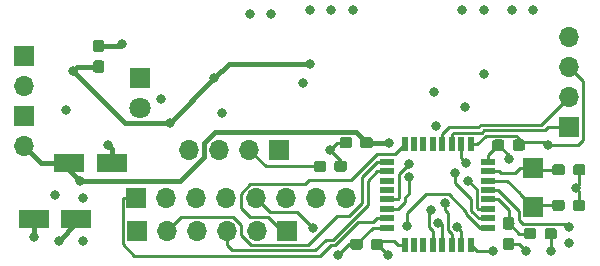
<source format=gbl>
G04 #@! TF.GenerationSoftware,KiCad,Pcbnew,(5.0.0-rc2-178-g3c7b91b96)*
G04 #@! TF.CreationDate,2018-10-30T10:49:57+01:00*
G04 #@! TF.ProjectId,pcb4,706362342E6B696361645F7063620000,1*
G04 #@! TF.SameCoordinates,Original*
G04 #@! TF.FileFunction,Copper,L4,Bot,Signal*
G04 #@! TF.FilePolarity,Positive*
%FSLAX46Y46*%
G04 Gerber Fmt 4.6, Leading zero omitted, Abs format (unit mm)*
G04 Created by KiCad (PCBNEW (5.0.0-rc2-178-g3c7b91b96)) date 10/30/18 10:49:57*
%MOMM*%
%LPD*%
G01*
G04 APERTURE LIST*
G04 #@! TA.AperFunction,SMDPad,CuDef*
%ADD10R,1.200000X0.600000*%
G04 #@! TD*
G04 #@! TA.AperFunction,SMDPad,CuDef*
%ADD11R,0.600000X1.200000*%
G04 #@! TD*
G04 #@! TA.AperFunction,ComponentPad*
%ADD12O,1.700000X1.700000*%
G04 #@! TD*
G04 #@! TA.AperFunction,ComponentPad*
%ADD13R,1.700000X1.700000*%
G04 #@! TD*
G04 #@! TA.AperFunction,Conductor*
%ADD14C,0.100000*%
G04 #@! TD*
G04 #@! TA.AperFunction,SMDPad,CuDef*
%ADD15C,0.950000*%
G04 #@! TD*
G04 #@! TA.AperFunction,SMDPad,CuDef*
%ADD16R,2.600000X1.600000*%
G04 #@! TD*
G04 #@! TA.AperFunction,SMDPad,CuDef*
%ADD17R,1.800000X1.750000*%
G04 #@! TD*
G04 #@! TA.AperFunction,ComponentPad*
%ADD18R,1.800000X1.800000*%
G04 #@! TD*
G04 #@! TA.AperFunction,ComponentPad*
%ADD19C,1.800000*%
G04 #@! TD*
G04 #@! TA.AperFunction,ViaPad*
%ADD20C,0.800000*%
G04 #@! TD*
G04 #@! TA.AperFunction,Conductor*
%ADD21C,0.250000*%
G04 #@! TD*
G04 #@! TA.AperFunction,Conductor*
%ADD22C,0.400000*%
G04 #@! TD*
G04 APERTURE END LIST*
D10*
G04 #@! TO.P,U2,1*
G04 #@! TO.N,+3V3*
X103380000Y-94580000D03*
G04 #@! TO.P,U2,2*
G04 #@! TO.N,Net-(C7-Pad1)*
X103380000Y-95380000D03*
G04 #@! TO.P,U2,3*
G04 #@! TO.N,Net-(C8-Pad1)*
X103380000Y-96180000D03*
G04 #@! TO.P,U2,4*
G04 #@! TO.N,/NRST*
X103380000Y-96980000D03*
G04 #@! TO.P,U2,5*
G04 #@! TO.N,Net-(C5-Pad2)*
X103380000Y-97780000D03*
G04 #@! TO.P,U2,6*
G04 #@! TO.N,/EINK_DC*
X103380000Y-98580000D03*
G04 #@! TO.P,U2,7*
G04 #@! TO.N,/EINK_CS*
X103380000Y-99380000D03*
G04 #@! TO.P,U2,8*
G04 #@! TO.N,/VCPTX*
X103380000Y-100180000D03*
D11*
G04 #@! TO.P,U2,9*
G04 #@! TO.N,/ADC_CS*
X101930000Y-101630000D03*
G04 #@! TO.P,U2,10*
G04 #@! TO.N,/EINK_RST*
X101130000Y-101630000D03*
G04 #@! TO.P,U2,11*
G04 #@! TO.N,/ADC_CLK*
X100330000Y-101630000D03*
G04 #@! TO.P,U2,12*
G04 #@! TO.N,/ADC_DIN*
X99530000Y-101630000D03*
G04 #@! TO.P,U2,13*
G04 #@! TO.N,/EINK_DOUT*
X98730000Y-101630000D03*
G04 #@! TO.P,U2,14*
G04 #@! TO.N,Net-(U2-Pad14)*
X97930000Y-101630000D03*
G04 #@! TO.P,U2,15*
G04 #@! TO.N,Net-(U2-Pad15)*
X97130000Y-101630000D03*
G04 #@! TO.P,U2,16*
G04 #@! TO.N,GNDD*
X96330000Y-101630000D03*
D10*
G04 #@! TO.P,U2,17*
G04 #@! TO.N,+3V3*
X94880000Y-100180000D03*
G04 #@! TO.P,U2,18*
G04 #@! TO.N,/EINK_BUSY*
X94880000Y-99380000D03*
G04 #@! TO.P,U2,19*
G04 #@! TO.N,Net-(U2-Pad19)*
X94880000Y-98580000D03*
G04 #@! TO.P,U2,20*
G04 #@! TO.N,Net-(U2-Pad20)*
X94880000Y-97780000D03*
G04 #@! TO.P,U2,21*
G04 #@! TO.N,Net-(U2-Pad21)*
X94880000Y-96980000D03*
G04 #@! TO.P,U2,22*
G04 #@! TO.N,Net-(U2-Pad22)*
X94880000Y-96180000D03*
G04 #@! TO.P,U2,23*
G04 #@! TO.N,/SWDIO*
X94880000Y-95380000D03*
G04 #@! TO.P,U2,24*
G04 #@! TO.N,/SWCLK*
X94880000Y-94580000D03*
D11*
G04 #@! TO.P,U2,25*
G04 #@! TO.N,/VCPRX*
X96330000Y-93130000D03*
G04 #@! TO.P,U2,26*
G04 #@! TO.N,Net-(U2-Pad26)*
X97130000Y-93130000D03*
G04 #@! TO.P,U2,27*
G04 #@! TO.N,Net-(U2-Pad27)*
X97930000Y-93130000D03*
G04 #@! TO.P,U2,28*
G04 #@! TO.N,Net-(U2-Pad28)*
X98730000Y-93130000D03*
G04 #@! TO.P,U2,29*
G04 #@! TO.N,/PB6*
X99530000Y-93130000D03*
G04 #@! TO.P,U2,30*
G04 #@! TO.N,/PB7*
X100330000Y-93130000D03*
G04 #@! TO.P,U2,31*
G04 #@! TO.N,Net-(R1-Pad2)*
X101130000Y-93130000D03*
G04 #@! TO.P,U2,32*
G04 #@! TO.N,GNDD*
X101930000Y-93130000D03*
G04 #@! TD*
D12*
G04 #@! TO.P,J7,4*
G04 #@! TO.N,GNDD*
X78105000Y-93580000D03*
G04 #@! TO.P,J7,3*
G04 #@! TO.N,Net-(J7-Pad3)*
X80645000Y-93580000D03*
G04 #@! TO.P,J7,2*
G04 #@! TO.N,GNDD*
X83185000Y-93580000D03*
D13*
G04 #@! TO.P,J7,1*
G04 #@! TO.N,Net-(J7-Pad1)*
X85725000Y-93580000D03*
G04 #@! TD*
G04 #@! TO.P,J4,1*
G04 #@! TO.N,+3V3*
X73660000Y-100470000D03*
D12*
G04 #@! TO.P,J4,2*
G04 #@! TO.N,/SWCLK*
X76200000Y-100470000D03*
G04 #@! TO.P,J4,3*
G04 #@! TO.N,GNDD*
X78740000Y-100470000D03*
G04 #@! TO.P,J4,4*
G04 #@! TO.N,/SWDIO*
X81280000Y-100470000D03*
G04 #@! TD*
D14*
G04 #@! TO.N,+5V*
G04 #@! TO.C,R17*
G36*
X93415779Y-92506144D02*
X93438834Y-92509563D01*
X93461443Y-92515227D01*
X93483387Y-92523079D01*
X93504457Y-92533044D01*
X93524448Y-92545026D01*
X93543168Y-92558910D01*
X93560438Y-92574562D01*
X93576090Y-92591832D01*
X93589974Y-92610552D01*
X93601956Y-92630543D01*
X93611921Y-92651613D01*
X93619773Y-92673557D01*
X93625437Y-92696166D01*
X93628856Y-92719221D01*
X93630000Y-92742500D01*
X93630000Y-93217500D01*
X93628856Y-93240779D01*
X93625437Y-93263834D01*
X93619773Y-93286443D01*
X93611921Y-93308387D01*
X93601956Y-93329457D01*
X93589974Y-93349448D01*
X93576090Y-93368168D01*
X93560438Y-93385438D01*
X93543168Y-93401090D01*
X93524448Y-93414974D01*
X93504457Y-93426956D01*
X93483387Y-93436921D01*
X93461443Y-93444773D01*
X93438834Y-93450437D01*
X93415779Y-93453856D01*
X93392500Y-93455000D01*
X92817500Y-93455000D01*
X92794221Y-93453856D01*
X92771166Y-93450437D01*
X92748557Y-93444773D01*
X92726613Y-93436921D01*
X92705543Y-93426956D01*
X92685552Y-93414974D01*
X92666832Y-93401090D01*
X92649562Y-93385438D01*
X92633910Y-93368168D01*
X92620026Y-93349448D01*
X92608044Y-93329457D01*
X92598079Y-93308387D01*
X92590227Y-93286443D01*
X92584563Y-93263834D01*
X92581144Y-93240779D01*
X92580000Y-93217500D01*
X92580000Y-92742500D01*
X92581144Y-92719221D01*
X92584563Y-92696166D01*
X92590227Y-92673557D01*
X92598079Y-92651613D01*
X92608044Y-92630543D01*
X92620026Y-92610552D01*
X92633910Y-92591832D01*
X92649562Y-92574562D01*
X92666832Y-92558910D01*
X92685552Y-92545026D01*
X92705543Y-92533044D01*
X92726613Y-92523079D01*
X92748557Y-92515227D01*
X92771166Y-92509563D01*
X92794221Y-92506144D01*
X92817500Y-92505000D01*
X93392500Y-92505000D01*
X93415779Y-92506144D01*
X93415779Y-92506144D01*
G37*
D15*
G04 #@! TD*
G04 #@! TO.P,R17,2*
G04 #@! TO.N,+5V*
X93105000Y-92980000D03*
D14*
G04 #@! TO.N,Net-(R17-Pad1)*
G04 #@! TO.C,R17*
G36*
X91665779Y-92506144D02*
X91688834Y-92509563D01*
X91711443Y-92515227D01*
X91733387Y-92523079D01*
X91754457Y-92533044D01*
X91774448Y-92545026D01*
X91793168Y-92558910D01*
X91810438Y-92574562D01*
X91826090Y-92591832D01*
X91839974Y-92610552D01*
X91851956Y-92630543D01*
X91861921Y-92651613D01*
X91869773Y-92673557D01*
X91875437Y-92696166D01*
X91878856Y-92719221D01*
X91880000Y-92742500D01*
X91880000Y-93217500D01*
X91878856Y-93240779D01*
X91875437Y-93263834D01*
X91869773Y-93286443D01*
X91861921Y-93308387D01*
X91851956Y-93329457D01*
X91839974Y-93349448D01*
X91826090Y-93368168D01*
X91810438Y-93385438D01*
X91793168Y-93401090D01*
X91774448Y-93414974D01*
X91754457Y-93426956D01*
X91733387Y-93436921D01*
X91711443Y-93444773D01*
X91688834Y-93450437D01*
X91665779Y-93453856D01*
X91642500Y-93455000D01*
X91067500Y-93455000D01*
X91044221Y-93453856D01*
X91021166Y-93450437D01*
X90998557Y-93444773D01*
X90976613Y-93436921D01*
X90955543Y-93426956D01*
X90935552Y-93414974D01*
X90916832Y-93401090D01*
X90899562Y-93385438D01*
X90883910Y-93368168D01*
X90870026Y-93349448D01*
X90858044Y-93329457D01*
X90848079Y-93308387D01*
X90840227Y-93286443D01*
X90834563Y-93263834D01*
X90831144Y-93240779D01*
X90830000Y-93217500D01*
X90830000Y-92742500D01*
X90831144Y-92719221D01*
X90834563Y-92696166D01*
X90840227Y-92673557D01*
X90848079Y-92651613D01*
X90858044Y-92630543D01*
X90870026Y-92610552D01*
X90883910Y-92591832D01*
X90899562Y-92574562D01*
X90916832Y-92558910D01*
X90935552Y-92545026D01*
X90955543Y-92533044D01*
X90976613Y-92523079D01*
X90998557Y-92515227D01*
X91021166Y-92509563D01*
X91044221Y-92506144D01*
X91067500Y-92505000D01*
X91642500Y-92505000D01*
X91665779Y-92506144D01*
X91665779Y-92506144D01*
G37*
D15*
G04 #@! TD*
G04 #@! TO.P,R17,1*
G04 #@! TO.N,Net-(R17-Pad1)*
X91355000Y-92980000D03*
D14*
G04 #@! TO.N,GNDD*
G04 #@! TO.C,R18*
G36*
X89465779Y-94506144D02*
X89488834Y-94509563D01*
X89511443Y-94515227D01*
X89533387Y-94523079D01*
X89554457Y-94533044D01*
X89574448Y-94545026D01*
X89593168Y-94558910D01*
X89610438Y-94574562D01*
X89626090Y-94591832D01*
X89639974Y-94610552D01*
X89651956Y-94630543D01*
X89661921Y-94651613D01*
X89669773Y-94673557D01*
X89675437Y-94696166D01*
X89678856Y-94719221D01*
X89680000Y-94742500D01*
X89680000Y-95217500D01*
X89678856Y-95240779D01*
X89675437Y-95263834D01*
X89669773Y-95286443D01*
X89661921Y-95308387D01*
X89651956Y-95329457D01*
X89639974Y-95349448D01*
X89626090Y-95368168D01*
X89610438Y-95385438D01*
X89593168Y-95401090D01*
X89574448Y-95414974D01*
X89554457Y-95426956D01*
X89533387Y-95436921D01*
X89511443Y-95444773D01*
X89488834Y-95450437D01*
X89465779Y-95453856D01*
X89442500Y-95455000D01*
X88867500Y-95455000D01*
X88844221Y-95453856D01*
X88821166Y-95450437D01*
X88798557Y-95444773D01*
X88776613Y-95436921D01*
X88755543Y-95426956D01*
X88735552Y-95414974D01*
X88716832Y-95401090D01*
X88699562Y-95385438D01*
X88683910Y-95368168D01*
X88670026Y-95349448D01*
X88658044Y-95329457D01*
X88648079Y-95308387D01*
X88640227Y-95286443D01*
X88634563Y-95263834D01*
X88631144Y-95240779D01*
X88630000Y-95217500D01*
X88630000Y-94742500D01*
X88631144Y-94719221D01*
X88634563Y-94696166D01*
X88640227Y-94673557D01*
X88648079Y-94651613D01*
X88658044Y-94630543D01*
X88670026Y-94610552D01*
X88683910Y-94591832D01*
X88699562Y-94574562D01*
X88716832Y-94558910D01*
X88735552Y-94545026D01*
X88755543Y-94533044D01*
X88776613Y-94523079D01*
X88798557Y-94515227D01*
X88821166Y-94509563D01*
X88844221Y-94506144D01*
X88867500Y-94505000D01*
X89442500Y-94505000D01*
X89465779Y-94506144D01*
X89465779Y-94506144D01*
G37*
D15*
G04 #@! TD*
G04 #@! TO.P,R18,1*
G04 #@! TO.N,GNDD*
X89155000Y-94980000D03*
D14*
G04 #@! TO.N,Net-(R17-Pad1)*
G04 #@! TO.C,R18*
G36*
X91215779Y-94506144D02*
X91238834Y-94509563D01*
X91261443Y-94515227D01*
X91283387Y-94523079D01*
X91304457Y-94533044D01*
X91324448Y-94545026D01*
X91343168Y-94558910D01*
X91360438Y-94574562D01*
X91376090Y-94591832D01*
X91389974Y-94610552D01*
X91401956Y-94630543D01*
X91411921Y-94651613D01*
X91419773Y-94673557D01*
X91425437Y-94696166D01*
X91428856Y-94719221D01*
X91430000Y-94742500D01*
X91430000Y-95217500D01*
X91428856Y-95240779D01*
X91425437Y-95263834D01*
X91419773Y-95286443D01*
X91411921Y-95308387D01*
X91401956Y-95329457D01*
X91389974Y-95349448D01*
X91376090Y-95368168D01*
X91360438Y-95385438D01*
X91343168Y-95401090D01*
X91324448Y-95414974D01*
X91304457Y-95426956D01*
X91283387Y-95436921D01*
X91261443Y-95444773D01*
X91238834Y-95450437D01*
X91215779Y-95453856D01*
X91192500Y-95455000D01*
X90617500Y-95455000D01*
X90594221Y-95453856D01*
X90571166Y-95450437D01*
X90548557Y-95444773D01*
X90526613Y-95436921D01*
X90505543Y-95426956D01*
X90485552Y-95414974D01*
X90466832Y-95401090D01*
X90449562Y-95385438D01*
X90433910Y-95368168D01*
X90420026Y-95349448D01*
X90408044Y-95329457D01*
X90398079Y-95308387D01*
X90390227Y-95286443D01*
X90384563Y-95263834D01*
X90381144Y-95240779D01*
X90380000Y-95217500D01*
X90380000Y-94742500D01*
X90381144Y-94719221D01*
X90384563Y-94696166D01*
X90390227Y-94673557D01*
X90398079Y-94651613D01*
X90408044Y-94630543D01*
X90420026Y-94610552D01*
X90433910Y-94591832D01*
X90449562Y-94574562D01*
X90466832Y-94558910D01*
X90485552Y-94545026D01*
X90505543Y-94533044D01*
X90526613Y-94523079D01*
X90548557Y-94515227D01*
X90571166Y-94509563D01*
X90594221Y-94506144D01*
X90617500Y-94505000D01*
X91192500Y-94505000D01*
X91215779Y-94506144D01*
X91215779Y-94506144D01*
G37*
D15*
G04 #@! TD*
G04 #@! TO.P,R18,2*
G04 #@! TO.N,Net-(R17-Pad1)*
X90905000Y-94980000D03*
D13*
G04 #@! TO.P,J1,1*
G04 #@! TO.N,GNDA*
X64135000Y-85660000D03*
D12*
G04 #@! TO.P,J1,2*
G04 #@! TO.N,+4V*
X64135000Y-88200000D03*
G04 #@! TD*
G04 #@! TO.P,J2,2*
G04 #@! TO.N,+5V*
X64135000Y-93280000D03*
D13*
G04 #@! TO.P,J2,1*
G04 #@! TO.N,GNDD*
X64135000Y-90740000D03*
G04 #@! TD*
G04 #@! TO.P,J5,1*
G04 #@! TO.N,/VCPRX*
X86360000Y-100470000D03*
D12*
G04 #@! TO.P,J5,2*
G04 #@! TO.N,/VCPTX*
X83820000Y-100470000D03*
G04 #@! TD*
D13*
G04 #@! TO.P,J6,1*
G04 #@! TO.N,/PB7*
X110230000Y-91680000D03*
D12*
G04 #@! TO.P,J6,2*
G04 #@! TO.N,/PB6*
X110230000Y-89140000D03*
G04 #@! TO.P,J6,3*
G04 #@! TO.N,GNDD*
X110230000Y-86600000D03*
G04 #@! TO.P,J6,4*
G04 #@! TO.N,/NRST*
X110230000Y-84060000D03*
G04 #@! TD*
D13*
G04 #@! TO.P,J3,1*
G04 #@! TO.N,/EINK_BUSY*
X73630000Y-97680000D03*
D12*
G04 #@! TO.P,J3,2*
G04 #@! TO.N,/EINK_RST*
X76170000Y-97680000D03*
G04 #@! TO.P,J3,3*
G04 #@! TO.N,/EINK_DC*
X78710000Y-97680000D03*
G04 #@! TO.P,J3,4*
G04 #@! TO.N,/EINK_CS*
X81250000Y-97680000D03*
G04 #@! TO.P,J3,5*
G04 #@! TO.N,/ADC_CLK*
X83790000Y-97680000D03*
G04 #@! TO.P,J3,6*
G04 #@! TO.N,/EINK_DOUT*
X86330000Y-97680000D03*
G04 #@! TO.P,J3,7*
G04 #@! TO.N,GNDD*
X88870000Y-97680000D03*
G04 #@! TO.P,J3,8*
G04 #@! TO.N,+3V3*
X91410000Y-97680000D03*
G04 #@! TD*
D16*
G04 #@! TO.P,C2,2*
G04 #@! TO.N,GNDD*
X64930000Y-99480000D03*
G04 #@! TO.P,C2,1*
G04 #@! TO.N,+3V3*
X68530000Y-99480000D03*
G04 #@! TD*
G04 #@! TO.P,C1,1*
G04 #@! TO.N,+5V*
X67930000Y-94680000D03*
G04 #@! TO.P,C1,2*
G04 #@! TO.N,GNDD*
X71530000Y-94680000D03*
G04 #@! TD*
D14*
G04 #@! TO.N,GNDA*
G04 #@! TO.C,C10*
G36*
X70690779Y-84261144D02*
X70713834Y-84264563D01*
X70736443Y-84270227D01*
X70758387Y-84278079D01*
X70779457Y-84288044D01*
X70799448Y-84300026D01*
X70818168Y-84313910D01*
X70835438Y-84329562D01*
X70851090Y-84346832D01*
X70864974Y-84365552D01*
X70876956Y-84385543D01*
X70886921Y-84406613D01*
X70894773Y-84428557D01*
X70900437Y-84451166D01*
X70903856Y-84474221D01*
X70905000Y-84497500D01*
X70905000Y-85072500D01*
X70903856Y-85095779D01*
X70900437Y-85118834D01*
X70894773Y-85141443D01*
X70886921Y-85163387D01*
X70876956Y-85184457D01*
X70864974Y-85204448D01*
X70851090Y-85223168D01*
X70835438Y-85240438D01*
X70818168Y-85256090D01*
X70799448Y-85269974D01*
X70779457Y-85281956D01*
X70758387Y-85291921D01*
X70736443Y-85299773D01*
X70713834Y-85305437D01*
X70690779Y-85308856D01*
X70667500Y-85310000D01*
X70192500Y-85310000D01*
X70169221Y-85308856D01*
X70146166Y-85305437D01*
X70123557Y-85299773D01*
X70101613Y-85291921D01*
X70080543Y-85281956D01*
X70060552Y-85269974D01*
X70041832Y-85256090D01*
X70024562Y-85240438D01*
X70008910Y-85223168D01*
X69995026Y-85204448D01*
X69983044Y-85184457D01*
X69973079Y-85163387D01*
X69965227Y-85141443D01*
X69959563Y-85118834D01*
X69956144Y-85095779D01*
X69955000Y-85072500D01*
X69955000Y-84497500D01*
X69956144Y-84474221D01*
X69959563Y-84451166D01*
X69965227Y-84428557D01*
X69973079Y-84406613D01*
X69983044Y-84385543D01*
X69995026Y-84365552D01*
X70008910Y-84346832D01*
X70024562Y-84329562D01*
X70041832Y-84313910D01*
X70060552Y-84300026D01*
X70080543Y-84288044D01*
X70101613Y-84278079D01*
X70123557Y-84270227D01*
X70146166Y-84264563D01*
X70169221Y-84261144D01*
X70192500Y-84260000D01*
X70667500Y-84260000D01*
X70690779Y-84261144D01*
X70690779Y-84261144D01*
G37*
D15*
G04 #@! TD*
G04 #@! TO.P,C10,2*
G04 #@! TO.N,GNDA*
X70430000Y-84785000D03*
D14*
G04 #@! TO.N,+2V5*
G04 #@! TO.C,C10*
G36*
X70690779Y-86011144D02*
X70713834Y-86014563D01*
X70736443Y-86020227D01*
X70758387Y-86028079D01*
X70779457Y-86038044D01*
X70799448Y-86050026D01*
X70818168Y-86063910D01*
X70835438Y-86079562D01*
X70851090Y-86096832D01*
X70864974Y-86115552D01*
X70876956Y-86135543D01*
X70886921Y-86156613D01*
X70894773Y-86178557D01*
X70900437Y-86201166D01*
X70903856Y-86224221D01*
X70905000Y-86247500D01*
X70905000Y-86822500D01*
X70903856Y-86845779D01*
X70900437Y-86868834D01*
X70894773Y-86891443D01*
X70886921Y-86913387D01*
X70876956Y-86934457D01*
X70864974Y-86954448D01*
X70851090Y-86973168D01*
X70835438Y-86990438D01*
X70818168Y-87006090D01*
X70799448Y-87019974D01*
X70779457Y-87031956D01*
X70758387Y-87041921D01*
X70736443Y-87049773D01*
X70713834Y-87055437D01*
X70690779Y-87058856D01*
X70667500Y-87060000D01*
X70192500Y-87060000D01*
X70169221Y-87058856D01*
X70146166Y-87055437D01*
X70123557Y-87049773D01*
X70101613Y-87041921D01*
X70080543Y-87031956D01*
X70060552Y-87019974D01*
X70041832Y-87006090D01*
X70024562Y-86990438D01*
X70008910Y-86973168D01*
X69995026Y-86954448D01*
X69983044Y-86934457D01*
X69973079Y-86913387D01*
X69965227Y-86891443D01*
X69959563Y-86868834D01*
X69956144Y-86845779D01*
X69955000Y-86822500D01*
X69955000Y-86247500D01*
X69956144Y-86224221D01*
X69959563Y-86201166D01*
X69965227Y-86178557D01*
X69973079Y-86156613D01*
X69983044Y-86135543D01*
X69995026Y-86115552D01*
X70008910Y-86096832D01*
X70024562Y-86079562D01*
X70041832Y-86063910D01*
X70060552Y-86050026D01*
X70080543Y-86038044D01*
X70101613Y-86028079D01*
X70123557Y-86020227D01*
X70146166Y-86014563D01*
X70169221Y-86011144D01*
X70192500Y-86010000D01*
X70667500Y-86010000D01*
X70690779Y-86011144D01*
X70690779Y-86011144D01*
G37*
D15*
G04 #@! TD*
G04 #@! TO.P,C10,1*
G04 #@! TO.N,+2V5*
X70430000Y-86535000D03*
D14*
G04 #@! TO.N,GNDD*
G04 #@! TO.C,C8*
G36*
X111415779Y-97806144D02*
X111438834Y-97809563D01*
X111461443Y-97815227D01*
X111483387Y-97823079D01*
X111504457Y-97833044D01*
X111524448Y-97845026D01*
X111543168Y-97858910D01*
X111560438Y-97874562D01*
X111576090Y-97891832D01*
X111589974Y-97910552D01*
X111601956Y-97930543D01*
X111611921Y-97951613D01*
X111619773Y-97973557D01*
X111625437Y-97996166D01*
X111628856Y-98019221D01*
X111630000Y-98042500D01*
X111630000Y-98517500D01*
X111628856Y-98540779D01*
X111625437Y-98563834D01*
X111619773Y-98586443D01*
X111611921Y-98608387D01*
X111601956Y-98629457D01*
X111589974Y-98649448D01*
X111576090Y-98668168D01*
X111560438Y-98685438D01*
X111543168Y-98701090D01*
X111524448Y-98714974D01*
X111504457Y-98726956D01*
X111483387Y-98736921D01*
X111461443Y-98744773D01*
X111438834Y-98750437D01*
X111415779Y-98753856D01*
X111392500Y-98755000D01*
X110817500Y-98755000D01*
X110794221Y-98753856D01*
X110771166Y-98750437D01*
X110748557Y-98744773D01*
X110726613Y-98736921D01*
X110705543Y-98726956D01*
X110685552Y-98714974D01*
X110666832Y-98701090D01*
X110649562Y-98685438D01*
X110633910Y-98668168D01*
X110620026Y-98649448D01*
X110608044Y-98629457D01*
X110598079Y-98608387D01*
X110590227Y-98586443D01*
X110584563Y-98563834D01*
X110581144Y-98540779D01*
X110580000Y-98517500D01*
X110580000Y-98042500D01*
X110581144Y-98019221D01*
X110584563Y-97996166D01*
X110590227Y-97973557D01*
X110598079Y-97951613D01*
X110608044Y-97930543D01*
X110620026Y-97910552D01*
X110633910Y-97891832D01*
X110649562Y-97874562D01*
X110666832Y-97858910D01*
X110685552Y-97845026D01*
X110705543Y-97833044D01*
X110726613Y-97823079D01*
X110748557Y-97815227D01*
X110771166Y-97809563D01*
X110794221Y-97806144D01*
X110817500Y-97805000D01*
X111392500Y-97805000D01*
X111415779Y-97806144D01*
X111415779Y-97806144D01*
G37*
D15*
G04 #@! TD*
G04 #@! TO.P,C8,2*
G04 #@! TO.N,GNDD*
X111105000Y-98280000D03*
D14*
G04 #@! TO.N,Net-(C8-Pad1)*
G04 #@! TO.C,C8*
G36*
X109665779Y-97806144D02*
X109688834Y-97809563D01*
X109711443Y-97815227D01*
X109733387Y-97823079D01*
X109754457Y-97833044D01*
X109774448Y-97845026D01*
X109793168Y-97858910D01*
X109810438Y-97874562D01*
X109826090Y-97891832D01*
X109839974Y-97910552D01*
X109851956Y-97930543D01*
X109861921Y-97951613D01*
X109869773Y-97973557D01*
X109875437Y-97996166D01*
X109878856Y-98019221D01*
X109880000Y-98042500D01*
X109880000Y-98517500D01*
X109878856Y-98540779D01*
X109875437Y-98563834D01*
X109869773Y-98586443D01*
X109861921Y-98608387D01*
X109851956Y-98629457D01*
X109839974Y-98649448D01*
X109826090Y-98668168D01*
X109810438Y-98685438D01*
X109793168Y-98701090D01*
X109774448Y-98714974D01*
X109754457Y-98726956D01*
X109733387Y-98736921D01*
X109711443Y-98744773D01*
X109688834Y-98750437D01*
X109665779Y-98753856D01*
X109642500Y-98755000D01*
X109067500Y-98755000D01*
X109044221Y-98753856D01*
X109021166Y-98750437D01*
X108998557Y-98744773D01*
X108976613Y-98736921D01*
X108955543Y-98726956D01*
X108935552Y-98714974D01*
X108916832Y-98701090D01*
X108899562Y-98685438D01*
X108883910Y-98668168D01*
X108870026Y-98649448D01*
X108858044Y-98629457D01*
X108848079Y-98608387D01*
X108840227Y-98586443D01*
X108834563Y-98563834D01*
X108831144Y-98540779D01*
X108830000Y-98517500D01*
X108830000Y-98042500D01*
X108831144Y-98019221D01*
X108834563Y-97996166D01*
X108840227Y-97973557D01*
X108848079Y-97951613D01*
X108858044Y-97930543D01*
X108870026Y-97910552D01*
X108883910Y-97891832D01*
X108899562Y-97874562D01*
X108916832Y-97858910D01*
X108935552Y-97845026D01*
X108955543Y-97833044D01*
X108976613Y-97823079D01*
X108998557Y-97815227D01*
X109021166Y-97809563D01*
X109044221Y-97806144D01*
X109067500Y-97805000D01*
X109642500Y-97805000D01*
X109665779Y-97806144D01*
X109665779Y-97806144D01*
G37*
D15*
G04 #@! TD*
G04 #@! TO.P,C8,1*
G04 #@! TO.N,Net-(C8-Pad1)*
X109355000Y-98280000D03*
D14*
G04 #@! TO.N,Net-(C7-Pad1)*
G04 #@! TO.C,C7*
G36*
X109665779Y-94806144D02*
X109688834Y-94809563D01*
X109711443Y-94815227D01*
X109733387Y-94823079D01*
X109754457Y-94833044D01*
X109774448Y-94845026D01*
X109793168Y-94858910D01*
X109810438Y-94874562D01*
X109826090Y-94891832D01*
X109839974Y-94910552D01*
X109851956Y-94930543D01*
X109861921Y-94951613D01*
X109869773Y-94973557D01*
X109875437Y-94996166D01*
X109878856Y-95019221D01*
X109880000Y-95042500D01*
X109880000Y-95517500D01*
X109878856Y-95540779D01*
X109875437Y-95563834D01*
X109869773Y-95586443D01*
X109861921Y-95608387D01*
X109851956Y-95629457D01*
X109839974Y-95649448D01*
X109826090Y-95668168D01*
X109810438Y-95685438D01*
X109793168Y-95701090D01*
X109774448Y-95714974D01*
X109754457Y-95726956D01*
X109733387Y-95736921D01*
X109711443Y-95744773D01*
X109688834Y-95750437D01*
X109665779Y-95753856D01*
X109642500Y-95755000D01*
X109067500Y-95755000D01*
X109044221Y-95753856D01*
X109021166Y-95750437D01*
X108998557Y-95744773D01*
X108976613Y-95736921D01*
X108955543Y-95726956D01*
X108935552Y-95714974D01*
X108916832Y-95701090D01*
X108899562Y-95685438D01*
X108883910Y-95668168D01*
X108870026Y-95649448D01*
X108858044Y-95629457D01*
X108848079Y-95608387D01*
X108840227Y-95586443D01*
X108834563Y-95563834D01*
X108831144Y-95540779D01*
X108830000Y-95517500D01*
X108830000Y-95042500D01*
X108831144Y-95019221D01*
X108834563Y-94996166D01*
X108840227Y-94973557D01*
X108848079Y-94951613D01*
X108858044Y-94930543D01*
X108870026Y-94910552D01*
X108883910Y-94891832D01*
X108899562Y-94874562D01*
X108916832Y-94858910D01*
X108935552Y-94845026D01*
X108955543Y-94833044D01*
X108976613Y-94823079D01*
X108998557Y-94815227D01*
X109021166Y-94809563D01*
X109044221Y-94806144D01*
X109067500Y-94805000D01*
X109642500Y-94805000D01*
X109665779Y-94806144D01*
X109665779Y-94806144D01*
G37*
D15*
G04 #@! TD*
G04 #@! TO.P,C7,1*
G04 #@! TO.N,Net-(C7-Pad1)*
X109355000Y-95280000D03*
D14*
G04 #@! TO.N,GNDD*
G04 #@! TO.C,C7*
G36*
X111415779Y-94806144D02*
X111438834Y-94809563D01*
X111461443Y-94815227D01*
X111483387Y-94823079D01*
X111504457Y-94833044D01*
X111524448Y-94845026D01*
X111543168Y-94858910D01*
X111560438Y-94874562D01*
X111576090Y-94891832D01*
X111589974Y-94910552D01*
X111601956Y-94930543D01*
X111611921Y-94951613D01*
X111619773Y-94973557D01*
X111625437Y-94996166D01*
X111628856Y-95019221D01*
X111630000Y-95042500D01*
X111630000Y-95517500D01*
X111628856Y-95540779D01*
X111625437Y-95563834D01*
X111619773Y-95586443D01*
X111611921Y-95608387D01*
X111601956Y-95629457D01*
X111589974Y-95649448D01*
X111576090Y-95668168D01*
X111560438Y-95685438D01*
X111543168Y-95701090D01*
X111524448Y-95714974D01*
X111504457Y-95726956D01*
X111483387Y-95736921D01*
X111461443Y-95744773D01*
X111438834Y-95750437D01*
X111415779Y-95753856D01*
X111392500Y-95755000D01*
X110817500Y-95755000D01*
X110794221Y-95753856D01*
X110771166Y-95750437D01*
X110748557Y-95744773D01*
X110726613Y-95736921D01*
X110705543Y-95726956D01*
X110685552Y-95714974D01*
X110666832Y-95701090D01*
X110649562Y-95685438D01*
X110633910Y-95668168D01*
X110620026Y-95649448D01*
X110608044Y-95629457D01*
X110598079Y-95608387D01*
X110590227Y-95586443D01*
X110584563Y-95563834D01*
X110581144Y-95540779D01*
X110580000Y-95517500D01*
X110580000Y-95042500D01*
X110581144Y-95019221D01*
X110584563Y-94996166D01*
X110590227Y-94973557D01*
X110598079Y-94951613D01*
X110608044Y-94930543D01*
X110620026Y-94910552D01*
X110633910Y-94891832D01*
X110649562Y-94874562D01*
X110666832Y-94858910D01*
X110685552Y-94845026D01*
X110705543Y-94833044D01*
X110726613Y-94823079D01*
X110748557Y-94815227D01*
X110771166Y-94809563D01*
X110794221Y-94806144D01*
X110817500Y-94805000D01*
X111392500Y-94805000D01*
X111415779Y-94806144D01*
X111415779Y-94806144D01*
G37*
D15*
G04 #@! TD*
G04 #@! TO.P,C7,2*
G04 #@! TO.N,GNDD*
X111105000Y-95280000D03*
D14*
G04 #@! TO.N,GNDD*
G04 #@! TO.C,C5*
G36*
X105390779Y-101031144D02*
X105413834Y-101034563D01*
X105436443Y-101040227D01*
X105458387Y-101048079D01*
X105479457Y-101058044D01*
X105499448Y-101070026D01*
X105518168Y-101083910D01*
X105535438Y-101099562D01*
X105551090Y-101116832D01*
X105564974Y-101135552D01*
X105576956Y-101155543D01*
X105586921Y-101176613D01*
X105594773Y-101198557D01*
X105600437Y-101221166D01*
X105603856Y-101244221D01*
X105605000Y-101267500D01*
X105605000Y-101842500D01*
X105603856Y-101865779D01*
X105600437Y-101888834D01*
X105594773Y-101911443D01*
X105586921Y-101933387D01*
X105576956Y-101954457D01*
X105564974Y-101974448D01*
X105551090Y-101993168D01*
X105535438Y-102010438D01*
X105518168Y-102026090D01*
X105499448Y-102039974D01*
X105479457Y-102051956D01*
X105458387Y-102061921D01*
X105436443Y-102069773D01*
X105413834Y-102075437D01*
X105390779Y-102078856D01*
X105367500Y-102080000D01*
X104892500Y-102080000D01*
X104869221Y-102078856D01*
X104846166Y-102075437D01*
X104823557Y-102069773D01*
X104801613Y-102061921D01*
X104780543Y-102051956D01*
X104760552Y-102039974D01*
X104741832Y-102026090D01*
X104724562Y-102010438D01*
X104708910Y-101993168D01*
X104695026Y-101974448D01*
X104683044Y-101954457D01*
X104673079Y-101933387D01*
X104665227Y-101911443D01*
X104659563Y-101888834D01*
X104656144Y-101865779D01*
X104655000Y-101842500D01*
X104655000Y-101267500D01*
X104656144Y-101244221D01*
X104659563Y-101221166D01*
X104665227Y-101198557D01*
X104673079Y-101176613D01*
X104683044Y-101155543D01*
X104695026Y-101135552D01*
X104708910Y-101116832D01*
X104724562Y-101099562D01*
X104741832Y-101083910D01*
X104760552Y-101070026D01*
X104780543Y-101058044D01*
X104801613Y-101048079D01*
X104823557Y-101040227D01*
X104846166Y-101034563D01*
X104869221Y-101031144D01*
X104892500Y-101030000D01*
X105367500Y-101030000D01*
X105390779Y-101031144D01*
X105390779Y-101031144D01*
G37*
D15*
G04 #@! TD*
G04 #@! TO.P,C5,1*
G04 #@! TO.N,GNDD*
X105130000Y-101555000D03*
D14*
G04 #@! TO.N,Net-(C5-Pad2)*
G04 #@! TO.C,C5*
G36*
X105390779Y-99281144D02*
X105413834Y-99284563D01*
X105436443Y-99290227D01*
X105458387Y-99298079D01*
X105479457Y-99308044D01*
X105499448Y-99320026D01*
X105518168Y-99333910D01*
X105535438Y-99349562D01*
X105551090Y-99366832D01*
X105564974Y-99385552D01*
X105576956Y-99405543D01*
X105586921Y-99426613D01*
X105594773Y-99448557D01*
X105600437Y-99471166D01*
X105603856Y-99494221D01*
X105605000Y-99517500D01*
X105605000Y-100092500D01*
X105603856Y-100115779D01*
X105600437Y-100138834D01*
X105594773Y-100161443D01*
X105586921Y-100183387D01*
X105576956Y-100204457D01*
X105564974Y-100224448D01*
X105551090Y-100243168D01*
X105535438Y-100260438D01*
X105518168Y-100276090D01*
X105499448Y-100289974D01*
X105479457Y-100301956D01*
X105458387Y-100311921D01*
X105436443Y-100319773D01*
X105413834Y-100325437D01*
X105390779Y-100328856D01*
X105367500Y-100330000D01*
X104892500Y-100330000D01*
X104869221Y-100328856D01*
X104846166Y-100325437D01*
X104823557Y-100319773D01*
X104801613Y-100311921D01*
X104780543Y-100301956D01*
X104760552Y-100289974D01*
X104741832Y-100276090D01*
X104724562Y-100260438D01*
X104708910Y-100243168D01*
X104695026Y-100224448D01*
X104683044Y-100204457D01*
X104673079Y-100183387D01*
X104665227Y-100161443D01*
X104659563Y-100138834D01*
X104656144Y-100115779D01*
X104655000Y-100092500D01*
X104655000Y-99517500D01*
X104656144Y-99494221D01*
X104659563Y-99471166D01*
X104665227Y-99448557D01*
X104673079Y-99426613D01*
X104683044Y-99405543D01*
X104695026Y-99385552D01*
X104708910Y-99366832D01*
X104724562Y-99349562D01*
X104741832Y-99333910D01*
X104760552Y-99320026D01*
X104780543Y-99308044D01*
X104801613Y-99298079D01*
X104823557Y-99290227D01*
X104846166Y-99284563D01*
X104869221Y-99281144D01*
X104892500Y-99280000D01*
X105367500Y-99280000D01*
X105390779Y-99281144D01*
X105390779Y-99281144D01*
G37*
D15*
G04 #@! TD*
G04 #@! TO.P,C5,2*
G04 #@! TO.N,Net-(C5-Pad2)*
X105130000Y-99805000D03*
D14*
G04 #@! TO.N,+3V3*
G04 #@! TO.C,C4*
G36*
X92565779Y-101106144D02*
X92588834Y-101109563D01*
X92611443Y-101115227D01*
X92633387Y-101123079D01*
X92654457Y-101133044D01*
X92674448Y-101145026D01*
X92693168Y-101158910D01*
X92710438Y-101174562D01*
X92726090Y-101191832D01*
X92739974Y-101210552D01*
X92751956Y-101230543D01*
X92761921Y-101251613D01*
X92769773Y-101273557D01*
X92775437Y-101296166D01*
X92778856Y-101319221D01*
X92780000Y-101342500D01*
X92780000Y-101817500D01*
X92778856Y-101840779D01*
X92775437Y-101863834D01*
X92769773Y-101886443D01*
X92761921Y-101908387D01*
X92751956Y-101929457D01*
X92739974Y-101949448D01*
X92726090Y-101968168D01*
X92710438Y-101985438D01*
X92693168Y-102001090D01*
X92674448Y-102014974D01*
X92654457Y-102026956D01*
X92633387Y-102036921D01*
X92611443Y-102044773D01*
X92588834Y-102050437D01*
X92565779Y-102053856D01*
X92542500Y-102055000D01*
X91967500Y-102055000D01*
X91944221Y-102053856D01*
X91921166Y-102050437D01*
X91898557Y-102044773D01*
X91876613Y-102036921D01*
X91855543Y-102026956D01*
X91835552Y-102014974D01*
X91816832Y-102001090D01*
X91799562Y-101985438D01*
X91783910Y-101968168D01*
X91770026Y-101949448D01*
X91758044Y-101929457D01*
X91748079Y-101908387D01*
X91740227Y-101886443D01*
X91734563Y-101863834D01*
X91731144Y-101840779D01*
X91730000Y-101817500D01*
X91730000Y-101342500D01*
X91731144Y-101319221D01*
X91734563Y-101296166D01*
X91740227Y-101273557D01*
X91748079Y-101251613D01*
X91758044Y-101230543D01*
X91770026Y-101210552D01*
X91783910Y-101191832D01*
X91799562Y-101174562D01*
X91816832Y-101158910D01*
X91835552Y-101145026D01*
X91855543Y-101133044D01*
X91876613Y-101123079D01*
X91898557Y-101115227D01*
X91921166Y-101109563D01*
X91944221Y-101106144D01*
X91967500Y-101105000D01*
X92542500Y-101105000D01*
X92565779Y-101106144D01*
X92565779Y-101106144D01*
G37*
D15*
G04 #@! TD*
G04 #@! TO.P,C4,2*
G04 #@! TO.N,+3V3*
X92255000Y-101580000D03*
D14*
G04 #@! TO.N,GNDD*
G04 #@! TO.C,C4*
G36*
X94315779Y-101106144D02*
X94338834Y-101109563D01*
X94361443Y-101115227D01*
X94383387Y-101123079D01*
X94404457Y-101133044D01*
X94424448Y-101145026D01*
X94443168Y-101158910D01*
X94460438Y-101174562D01*
X94476090Y-101191832D01*
X94489974Y-101210552D01*
X94501956Y-101230543D01*
X94511921Y-101251613D01*
X94519773Y-101273557D01*
X94525437Y-101296166D01*
X94528856Y-101319221D01*
X94530000Y-101342500D01*
X94530000Y-101817500D01*
X94528856Y-101840779D01*
X94525437Y-101863834D01*
X94519773Y-101886443D01*
X94511921Y-101908387D01*
X94501956Y-101929457D01*
X94489974Y-101949448D01*
X94476090Y-101968168D01*
X94460438Y-101985438D01*
X94443168Y-102001090D01*
X94424448Y-102014974D01*
X94404457Y-102026956D01*
X94383387Y-102036921D01*
X94361443Y-102044773D01*
X94338834Y-102050437D01*
X94315779Y-102053856D01*
X94292500Y-102055000D01*
X93717500Y-102055000D01*
X93694221Y-102053856D01*
X93671166Y-102050437D01*
X93648557Y-102044773D01*
X93626613Y-102036921D01*
X93605543Y-102026956D01*
X93585552Y-102014974D01*
X93566832Y-102001090D01*
X93549562Y-101985438D01*
X93533910Y-101968168D01*
X93520026Y-101949448D01*
X93508044Y-101929457D01*
X93498079Y-101908387D01*
X93490227Y-101886443D01*
X93484563Y-101863834D01*
X93481144Y-101840779D01*
X93480000Y-101817500D01*
X93480000Y-101342500D01*
X93481144Y-101319221D01*
X93484563Y-101296166D01*
X93490227Y-101273557D01*
X93498079Y-101251613D01*
X93508044Y-101230543D01*
X93520026Y-101210552D01*
X93533910Y-101191832D01*
X93549562Y-101174562D01*
X93566832Y-101158910D01*
X93585552Y-101145026D01*
X93605543Y-101133044D01*
X93626613Y-101123079D01*
X93648557Y-101115227D01*
X93671166Y-101109563D01*
X93694221Y-101106144D01*
X93717500Y-101105000D01*
X94292500Y-101105000D01*
X94315779Y-101106144D01*
X94315779Y-101106144D01*
G37*
D15*
G04 #@! TD*
G04 #@! TO.P,C4,1*
G04 #@! TO.N,GNDD*
X94005000Y-101580000D03*
D14*
G04 #@! TO.N,GNDD*
G04 #@! TO.C,C3*
G36*
X106315779Y-92706144D02*
X106338834Y-92709563D01*
X106361443Y-92715227D01*
X106383387Y-92723079D01*
X106404457Y-92733044D01*
X106424448Y-92745026D01*
X106443168Y-92758910D01*
X106460438Y-92774562D01*
X106476090Y-92791832D01*
X106489974Y-92810552D01*
X106501956Y-92830543D01*
X106511921Y-92851613D01*
X106519773Y-92873557D01*
X106525437Y-92896166D01*
X106528856Y-92919221D01*
X106530000Y-92942500D01*
X106530000Y-93417500D01*
X106528856Y-93440779D01*
X106525437Y-93463834D01*
X106519773Y-93486443D01*
X106511921Y-93508387D01*
X106501956Y-93529457D01*
X106489974Y-93549448D01*
X106476090Y-93568168D01*
X106460438Y-93585438D01*
X106443168Y-93601090D01*
X106424448Y-93614974D01*
X106404457Y-93626956D01*
X106383387Y-93636921D01*
X106361443Y-93644773D01*
X106338834Y-93650437D01*
X106315779Y-93653856D01*
X106292500Y-93655000D01*
X105717500Y-93655000D01*
X105694221Y-93653856D01*
X105671166Y-93650437D01*
X105648557Y-93644773D01*
X105626613Y-93636921D01*
X105605543Y-93626956D01*
X105585552Y-93614974D01*
X105566832Y-93601090D01*
X105549562Y-93585438D01*
X105533910Y-93568168D01*
X105520026Y-93549448D01*
X105508044Y-93529457D01*
X105498079Y-93508387D01*
X105490227Y-93486443D01*
X105484563Y-93463834D01*
X105481144Y-93440779D01*
X105480000Y-93417500D01*
X105480000Y-92942500D01*
X105481144Y-92919221D01*
X105484563Y-92896166D01*
X105490227Y-92873557D01*
X105498079Y-92851613D01*
X105508044Y-92830543D01*
X105520026Y-92810552D01*
X105533910Y-92791832D01*
X105549562Y-92774562D01*
X105566832Y-92758910D01*
X105585552Y-92745026D01*
X105605543Y-92733044D01*
X105626613Y-92723079D01*
X105648557Y-92715227D01*
X105671166Y-92709563D01*
X105694221Y-92706144D01*
X105717500Y-92705000D01*
X106292500Y-92705000D01*
X106315779Y-92706144D01*
X106315779Y-92706144D01*
G37*
D15*
G04 #@! TD*
G04 #@! TO.P,C3,1*
G04 #@! TO.N,GNDD*
X106005000Y-93180000D03*
D14*
G04 #@! TO.N,+3V3*
G04 #@! TO.C,C3*
G36*
X104565779Y-92706144D02*
X104588834Y-92709563D01*
X104611443Y-92715227D01*
X104633387Y-92723079D01*
X104654457Y-92733044D01*
X104674448Y-92745026D01*
X104693168Y-92758910D01*
X104710438Y-92774562D01*
X104726090Y-92791832D01*
X104739974Y-92810552D01*
X104751956Y-92830543D01*
X104761921Y-92851613D01*
X104769773Y-92873557D01*
X104775437Y-92896166D01*
X104778856Y-92919221D01*
X104780000Y-92942500D01*
X104780000Y-93417500D01*
X104778856Y-93440779D01*
X104775437Y-93463834D01*
X104769773Y-93486443D01*
X104761921Y-93508387D01*
X104751956Y-93529457D01*
X104739974Y-93549448D01*
X104726090Y-93568168D01*
X104710438Y-93585438D01*
X104693168Y-93601090D01*
X104674448Y-93614974D01*
X104654457Y-93626956D01*
X104633387Y-93636921D01*
X104611443Y-93644773D01*
X104588834Y-93650437D01*
X104565779Y-93653856D01*
X104542500Y-93655000D01*
X103967500Y-93655000D01*
X103944221Y-93653856D01*
X103921166Y-93650437D01*
X103898557Y-93644773D01*
X103876613Y-93636921D01*
X103855543Y-93626956D01*
X103835552Y-93614974D01*
X103816832Y-93601090D01*
X103799562Y-93585438D01*
X103783910Y-93568168D01*
X103770026Y-93549448D01*
X103758044Y-93529457D01*
X103748079Y-93508387D01*
X103740227Y-93486443D01*
X103734563Y-93463834D01*
X103731144Y-93440779D01*
X103730000Y-93417500D01*
X103730000Y-92942500D01*
X103731144Y-92919221D01*
X103734563Y-92896166D01*
X103740227Y-92873557D01*
X103748079Y-92851613D01*
X103758044Y-92830543D01*
X103770026Y-92810552D01*
X103783910Y-92791832D01*
X103799562Y-92774562D01*
X103816832Y-92758910D01*
X103835552Y-92745026D01*
X103855543Y-92733044D01*
X103876613Y-92723079D01*
X103898557Y-92715227D01*
X103921166Y-92709563D01*
X103944221Y-92706144D01*
X103967500Y-92705000D01*
X104542500Y-92705000D01*
X104565779Y-92706144D01*
X104565779Y-92706144D01*
G37*
D15*
G04 #@! TD*
G04 #@! TO.P,C3,2*
G04 #@! TO.N,+3V3*
X104255000Y-93180000D03*
D17*
G04 #@! TO.P,Y1,1*
G04 #@! TO.N,Net-(C7-Pad1)*
X107230000Y-95155000D03*
G04 #@! TO.P,Y1,2*
G04 #@! TO.N,Net-(C8-Pad1)*
X107230000Y-98405000D03*
G04 #@! TD*
D14*
G04 #@! TO.N,Net-(C5-Pad2)*
G04 #@! TO.C,L1*
G36*
X107265779Y-100206144D02*
X107288834Y-100209563D01*
X107311443Y-100215227D01*
X107333387Y-100223079D01*
X107354457Y-100233044D01*
X107374448Y-100245026D01*
X107393168Y-100258910D01*
X107410438Y-100274562D01*
X107426090Y-100291832D01*
X107439974Y-100310552D01*
X107451956Y-100330543D01*
X107461921Y-100351613D01*
X107469773Y-100373557D01*
X107475437Y-100396166D01*
X107478856Y-100419221D01*
X107480000Y-100442500D01*
X107480000Y-100917500D01*
X107478856Y-100940779D01*
X107475437Y-100963834D01*
X107469773Y-100986443D01*
X107461921Y-101008387D01*
X107451956Y-101029457D01*
X107439974Y-101049448D01*
X107426090Y-101068168D01*
X107410438Y-101085438D01*
X107393168Y-101101090D01*
X107374448Y-101114974D01*
X107354457Y-101126956D01*
X107333387Y-101136921D01*
X107311443Y-101144773D01*
X107288834Y-101150437D01*
X107265779Y-101153856D01*
X107242500Y-101155000D01*
X106667500Y-101155000D01*
X106644221Y-101153856D01*
X106621166Y-101150437D01*
X106598557Y-101144773D01*
X106576613Y-101136921D01*
X106555543Y-101126956D01*
X106535552Y-101114974D01*
X106516832Y-101101090D01*
X106499562Y-101085438D01*
X106483910Y-101068168D01*
X106470026Y-101049448D01*
X106458044Y-101029457D01*
X106448079Y-101008387D01*
X106440227Y-100986443D01*
X106434563Y-100963834D01*
X106431144Y-100940779D01*
X106430000Y-100917500D01*
X106430000Y-100442500D01*
X106431144Y-100419221D01*
X106434563Y-100396166D01*
X106440227Y-100373557D01*
X106448079Y-100351613D01*
X106458044Y-100330543D01*
X106470026Y-100310552D01*
X106483910Y-100291832D01*
X106499562Y-100274562D01*
X106516832Y-100258910D01*
X106535552Y-100245026D01*
X106555543Y-100233044D01*
X106576613Y-100223079D01*
X106598557Y-100215227D01*
X106621166Y-100209563D01*
X106644221Y-100206144D01*
X106667500Y-100205000D01*
X107242500Y-100205000D01*
X107265779Y-100206144D01*
X107265779Y-100206144D01*
G37*
D15*
G04 #@! TD*
G04 #@! TO.P,L1,1*
G04 #@! TO.N,Net-(C5-Pad2)*
X106955000Y-100680000D03*
D14*
G04 #@! TO.N,+3V3*
G04 #@! TO.C,L1*
G36*
X109015779Y-100206144D02*
X109038834Y-100209563D01*
X109061443Y-100215227D01*
X109083387Y-100223079D01*
X109104457Y-100233044D01*
X109124448Y-100245026D01*
X109143168Y-100258910D01*
X109160438Y-100274562D01*
X109176090Y-100291832D01*
X109189974Y-100310552D01*
X109201956Y-100330543D01*
X109211921Y-100351613D01*
X109219773Y-100373557D01*
X109225437Y-100396166D01*
X109228856Y-100419221D01*
X109230000Y-100442500D01*
X109230000Y-100917500D01*
X109228856Y-100940779D01*
X109225437Y-100963834D01*
X109219773Y-100986443D01*
X109211921Y-101008387D01*
X109201956Y-101029457D01*
X109189974Y-101049448D01*
X109176090Y-101068168D01*
X109160438Y-101085438D01*
X109143168Y-101101090D01*
X109124448Y-101114974D01*
X109104457Y-101126956D01*
X109083387Y-101136921D01*
X109061443Y-101144773D01*
X109038834Y-101150437D01*
X109015779Y-101153856D01*
X108992500Y-101155000D01*
X108417500Y-101155000D01*
X108394221Y-101153856D01*
X108371166Y-101150437D01*
X108348557Y-101144773D01*
X108326613Y-101136921D01*
X108305543Y-101126956D01*
X108285552Y-101114974D01*
X108266832Y-101101090D01*
X108249562Y-101085438D01*
X108233910Y-101068168D01*
X108220026Y-101049448D01*
X108208044Y-101029457D01*
X108198079Y-101008387D01*
X108190227Y-100986443D01*
X108184563Y-100963834D01*
X108181144Y-100940779D01*
X108180000Y-100917500D01*
X108180000Y-100442500D01*
X108181144Y-100419221D01*
X108184563Y-100396166D01*
X108190227Y-100373557D01*
X108198079Y-100351613D01*
X108208044Y-100330543D01*
X108220026Y-100310552D01*
X108233910Y-100291832D01*
X108249562Y-100274562D01*
X108266832Y-100258910D01*
X108285552Y-100245026D01*
X108305543Y-100233044D01*
X108326613Y-100223079D01*
X108348557Y-100215227D01*
X108371166Y-100209563D01*
X108394221Y-100206144D01*
X108417500Y-100205000D01*
X108992500Y-100205000D01*
X109015779Y-100206144D01*
X109015779Y-100206144D01*
G37*
D15*
G04 #@! TD*
G04 #@! TO.P,L1,2*
G04 #@! TO.N,+3V3*
X108705000Y-100680000D03*
D18*
G04 #@! TO.P,Q1,1*
G04 #@! TO.N,Net-(Q1-Pad1)*
X73930000Y-87480000D03*
D19*
G04 #@! TO.P,Q1,2*
G04 #@! TO.N,GNDA*
X73930000Y-90020000D03*
G04 #@! TD*
D20*
G04 #@! TO.N,Net-(R1-Pad2)*
X101530000Y-94680000D03*
G04 #@! TO.N,GNDD*
X71230000Y-93180000D03*
X94930000Y-102480000D03*
X106630000Y-102180000D03*
X108430000Y-93180000D03*
X110830000Y-96780000D03*
X110230000Y-101430000D03*
X69130000Y-101280000D03*
X64930000Y-100980000D03*
X99030000Y-91580000D03*
G04 #@! TO.N,+2V5*
X88330000Y-86280000D03*
X80230000Y-87480000D03*
X68230000Y-86880000D03*
X76460000Y-91270000D03*
G04 #@! TO.N,+4V*
X83230000Y-82080000D03*
X91930000Y-81780000D03*
X107230000Y-81780000D03*
X101230000Y-81780000D03*
G04 #@! TO.N,GNDA*
X85030000Y-82080000D03*
X88330000Y-81780000D03*
X90130000Y-81780000D03*
X103030000Y-81780000D03*
X105430000Y-81780000D03*
X75730000Y-89280000D03*
X103030000Y-87180000D03*
X98830000Y-88680000D03*
X87730000Y-87930000D03*
X67630000Y-90180000D03*
X72390000Y-84644000D03*
X80860000Y-90470000D03*
X101430000Y-89980000D03*
G04 #@! TO.N,+3V3*
X90730000Y-102480000D03*
X105130000Y-94380000D03*
X108730000Y-102180000D03*
X66730000Y-97380000D03*
X69130000Y-97680000D03*
X67030000Y-101280000D03*
G04 #@! TO.N,+5V*
X68830000Y-96180000D03*
X95030000Y-92980000D03*
G04 #@! TO.N,/NRST*
X110230000Y-100080000D03*
G04 #@! TO.N,/VCPTX*
X96540000Y-100070000D03*
G04 #@! TO.N,/EINK_CS*
X100630000Y-95580000D03*
G04 #@! TO.N,/ADC_DIN*
X99130000Y-99780000D03*
G04 #@! TO.N,/ADC_CLK*
X99730000Y-98077752D03*
X88540000Y-100170000D03*
G04 #@! TO.N,/ADC_CS*
X103780000Y-102180000D03*
G04 #@! TO.N,/EINK_DC*
X101680000Y-96180000D03*
G04 #@! TO.N,/EINK_RST*
X100780000Y-100080000D03*
G04 #@! TO.N,/EINK_DOUT*
X98540000Y-98670000D03*
G04 #@! TO.N,Net-(R17-Pad1)*
X89995685Y-93580000D03*
G04 #@! TO.N,Net-(U2-Pad20)*
X96740000Y-94770000D03*
G04 #@! TO.N,Net-(U2-Pad19)*
X96740000Y-95870000D03*
G04 #@! TD*
D21*
G04 #@! TO.N,Net-(R1-Pad2)*
X101130000Y-94280000D02*
X101530000Y-94680000D01*
X101130000Y-93130000D02*
X101130000Y-94280000D01*
D22*
G04 #@! TO.N,GNDD*
X71530000Y-93480000D02*
X71230000Y-93180000D01*
X71530000Y-94680000D02*
X71530000Y-93480000D01*
D21*
X96330000Y-101630000D02*
X95780000Y-101630000D01*
X94930000Y-102480000D02*
X94905000Y-102480000D01*
X105105000Y-101580000D02*
X105130000Y-101555000D01*
X108130000Y-92880000D02*
X108430000Y-93180000D01*
X106005000Y-92880000D02*
X108130000Y-92880000D01*
X111105000Y-98280000D02*
X111105000Y-97055000D01*
X111105000Y-97055000D02*
X110830000Y-96780000D01*
X111105000Y-96505000D02*
X110830000Y-96780000D01*
X111105000Y-95280000D02*
X111105000Y-96505000D01*
X106005000Y-101555000D02*
X106630000Y-102180000D01*
X105130000Y-101555000D02*
X106005000Y-101555000D01*
X102480000Y-93130000D02*
X101930000Y-93130000D01*
X103230010Y-92379990D02*
X102480000Y-93130000D01*
X105779990Y-92379990D02*
X103230010Y-92379990D01*
X106005000Y-92605000D02*
X105779990Y-92379990D01*
X106005000Y-93180000D02*
X106005000Y-92605000D01*
X95780000Y-101630000D02*
X95430000Y-101280000D01*
X95430000Y-101280000D02*
X94305000Y-101280000D01*
X94055000Y-101630000D02*
X94005000Y-101580000D01*
X94305000Y-101280000D02*
X94005000Y-101580000D01*
X94905000Y-102480000D02*
X94005000Y-101580000D01*
D22*
X64930000Y-99480000D02*
X64930000Y-100980000D01*
D21*
X108995685Y-93180000D02*
X108430000Y-93180000D01*
X111015002Y-93180000D02*
X108995685Y-93180000D01*
X111405001Y-92790001D02*
X111015002Y-93180000D01*
X111405001Y-87775001D02*
X111405001Y-92790001D01*
X110230000Y-86600000D02*
X111405001Y-87775001D01*
X84585000Y-94980000D02*
X83185000Y-93580000D01*
X89155000Y-94980000D02*
X84585000Y-94980000D01*
D22*
G04 #@! TO.N,+2V5*
X81430000Y-86280000D02*
X80230000Y-87480000D01*
X88330000Y-86280000D02*
X81430000Y-86280000D01*
X80230000Y-87580000D02*
X80230000Y-87480000D01*
X80230000Y-87500000D02*
X80230000Y-87480000D01*
X76460000Y-91270000D02*
X80230000Y-87500000D01*
X68629999Y-87279999D02*
X68230000Y-86880000D01*
X72670001Y-91320001D02*
X68629999Y-87279999D01*
X74554001Y-91320001D02*
X72670001Y-91320001D01*
X74604002Y-91270000D02*
X74554001Y-91320001D01*
X76460000Y-91270000D02*
X74604002Y-91270000D01*
X68575000Y-86535000D02*
X68230000Y-86880000D01*
X70430000Y-86535000D02*
X68575000Y-86535000D01*
G04 #@! TO.N,GNDA*
X72249000Y-84785000D02*
X72390000Y-84644000D01*
X70430000Y-84785000D02*
X72249000Y-84785000D01*
G04 #@! TO.N,+3V3*
X68530000Y-99480000D02*
X68530000Y-99780000D01*
D21*
X103380000Y-94055000D02*
X104255000Y-93180000D01*
X103380000Y-94580000D02*
X103380000Y-94055000D01*
X105130000Y-94055000D02*
X104255000Y-93180000D01*
X105130000Y-94380000D02*
X105130000Y-94055000D01*
X108705000Y-102155000D02*
X108730000Y-102180000D01*
X108705000Y-100680000D02*
X108705000Y-102155000D01*
X92255000Y-101580000D02*
X91630000Y-101580000D01*
X94880000Y-100180000D02*
X93655000Y-100180000D01*
X91630000Y-101580000D02*
X90730000Y-102480000D01*
X92255000Y-101580000D02*
X93655000Y-100180000D01*
D22*
X68530000Y-99780000D02*
X67030000Y-101280000D01*
G04 #@! TO.N,+5V*
X67930000Y-94680000D02*
X67930000Y-95280000D01*
X67930000Y-95280000D02*
X68830000Y-96180000D01*
X65535000Y-94680000D02*
X64135000Y-93280000D01*
X67930000Y-94680000D02*
X65535000Y-94680000D01*
D21*
X93105000Y-92580000D02*
X92675510Y-92580000D01*
D22*
X95030000Y-92980000D02*
X93105000Y-92980000D01*
X92605928Y-92480928D02*
X93105000Y-92980000D01*
X68830000Y-96180000D02*
X77355002Y-96180000D01*
X77355002Y-96180000D02*
X79355001Y-94180001D01*
X79355001Y-94180001D02*
X79355001Y-93019997D01*
X79355001Y-93019997D02*
X80294998Y-92080000D01*
X80294998Y-92080000D02*
X92205000Y-92080000D01*
X92205000Y-92080000D02*
X92605928Y-92480928D01*
D21*
G04 #@! TO.N,Net-(C7-Pad1)*
X107355000Y-95280000D02*
X107230000Y-95155000D01*
X109355000Y-95280000D02*
X107355000Y-95280000D01*
X106080000Y-95155000D02*
X107230000Y-95155000D01*
X105655000Y-95580000D02*
X106080000Y-95155000D01*
X104530000Y-95580000D02*
X105655000Y-95580000D01*
X103380000Y-95380000D02*
X104330000Y-95380000D01*
X104330000Y-95380000D02*
X104530000Y-95580000D01*
G04 #@! TO.N,Net-(C8-Pad1)*
X107205000Y-98405000D02*
X107230000Y-98405000D01*
X106080000Y-97280000D02*
X107205000Y-98405000D01*
X106080000Y-97255000D02*
X106080000Y-97280000D01*
X105005000Y-96180000D02*
X106080000Y-97255000D01*
X103380000Y-96180000D02*
X105005000Y-96180000D01*
X107355000Y-98280000D02*
X107230000Y-98405000D01*
X109355000Y-98280000D02*
X107355000Y-98280000D01*
G04 #@! TO.N,/NRST*
X104230000Y-96980000D02*
X106004999Y-98754999D01*
X103380000Y-96980000D02*
X104230000Y-96980000D01*
X106004999Y-99540001D02*
X106344988Y-99879990D01*
X106004999Y-98754999D02*
X106004999Y-99540001D01*
X106344988Y-99879990D02*
X110029990Y-99879990D01*
X110029990Y-99879990D02*
X110230000Y-100080000D01*
G04 #@! TO.N,Net-(C5-Pad2)*
X105130000Y-99180000D02*
X105130000Y-99805000D01*
X105130000Y-98680000D02*
X105130000Y-99180000D01*
X104230000Y-97780000D02*
X105130000Y-98680000D01*
X103380000Y-97780000D02*
X104230000Y-97780000D01*
X105130000Y-99805000D02*
X105480000Y-99805000D01*
X106005000Y-100680000D02*
X105130000Y-99805000D01*
X106955000Y-100680000D02*
X106005000Y-100680000D01*
G04 #@! TO.N,/VCPTX*
X102694998Y-100180000D02*
X101530000Y-99015002D01*
X103380000Y-100180000D02*
X102694998Y-100180000D01*
X96540000Y-98916998D02*
X96540000Y-100070000D01*
X101530000Y-98804750D02*
X101530000Y-99015002D01*
X100078001Y-97352751D02*
X101530000Y-98804750D01*
X98104247Y-97352751D02*
X100078001Y-97352751D01*
X96540000Y-98916998D02*
X98104247Y-97352751D01*
G04 #@! TO.N,/SWDIO*
X94030000Y-95380000D02*
X94880000Y-95380000D01*
X93190010Y-96219990D02*
X94030000Y-95380000D01*
X93190010Y-98275402D02*
X93190010Y-96219990D01*
X81280000Y-100470000D02*
X81280000Y-101672081D01*
X81280000Y-101672081D02*
X81702930Y-102095011D01*
X88733991Y-102095011D02*
X89634011Y-101194991D01*
X81702930Y-102095011D02*
X88733991Y-102095011D01*
X89634011Y-101194991D02*
X90270421Y-101194991D01*
X90270421Y-101194991D02*
X93190010Y-98275402D01*
G04 #@! TO.N,/SWCLK*
X77375001Y-99294999D02*
X77049999Y-99620001D01*
X81844001Y-99294999D02*
X77375001Y-99294999D01*
X82455001Y-99905999D02*
X81844001Y-99294999D01*
X83315001Y-101645001D02*
X82455001Y-100785001D01*
X77049999Y-99620001D02*
X76200000Y-100470000D01*
X82455001Y-100785001D02*
X82455001Y-99905999D01*
X88138001Y-101645001D02*
X83315001Y-101645001D01*
X90613002Y-99170000D02*
X88138001Y-101645001D01*
X91659002Y-99170000D02*
X90613002Y-99170000D01*
X92740000Y-98089002D02*
X91659002Y-99170000D01*
X92740000Y-95870000D02*
X92740000Y-98089002D01*
X94030000Y-94580000D02*
X92740000Y-95870000D01*
X94880000Y-94580000D02*
X94030000Y-94580000D01*
G04 #@! TO.N,/VCPRX*
X95505001Y-93954999D02*
X96330000Y-93130000D01*
X91803590Y-96170000D02*
X94018591Y-93954999D01*
X94018591Y-93954999D02*
X95505001Y-93954999D01*
X88235510Y-96170000D02*
X91803590Y-96170000D01*
X87900511Y-96504999D02*
X88235510Y-96170000D01*
X83225999Y-96504999D02*
X87900511Y-96504999D01*
X85943590Y-100470000D02*
X84768589Y-99294999D01*
X86360000Y-100470000D02*
X85943590Y-100470000D01*
X84768589Y-99294999D02*
X83255999Y-99294999D01*
X83255999Y-99294999D02*
X82440000Y-98479000D01*
X82440000Y-98479000D02*
X82440000Y-97290998D01*
X82440000Y-97290998D02*
X83225999Y-96504999D01*
G04 #@! TO.N,/PB6*
X107890030Y-91479970D02*
X110230000Y-89140000D01*
X102780030Y-91479970D02*
X107890030Y-91479970D01*
X102580000Y-91680000D02*
X102780030Y-91479970D01*
X100130000Y-91680000D02*
X102580000Y-91680000D01*
X99530000Y-92280000D02*
X100130000Y-91680000D01*
X99530000Y-93130000D02*
X99530000Y-92280000D01*
G04 #@! TO.N,/PB7*
X100330000Y-93130000D02*
X100330000Y-92280000D01*
X108479960Y-91680000D02*
X110230000Y-91680000D01*
X108229980Y-91929980D02*
X108479960Y-91680000D01*
X103043610Y-91929980D02*
X108229980Y-91929980D01*
X102843590Y-92130000D02*
X103043610Y-91929980D01*
X100480000Y-92130000D02*
X102843590Y-92130000D01*
X100330000Y-92280000D02*
X100480000Y-92130000D01*
G04 #@! TO.N,/EINK_CS*
X102630000Y-99380000D02*
X103380000Y-99380000D01*
X101979990Y-98729990D02*
X102630000Y-99380000D01*
X101979990Y-97729990D02*
X101979990Y-98729990D01*
X100630000Y-96380000D02*
X101979990Y-97729990D01*
X100630000Y-95580000D02*
X100630000Y-96380000D01*
G04 #@! TO.N,/ADC_DIN*
X99130000Y-99780000D02*
X99530000Y-99880000D01*
X99530000Y-99880000D02*
X99530000Y-101630000D01*
G04 #@! TO.N,/ADC_CLK*
X100330000Y-101630000D02*
X100330000Y-100703002D01*
X100330000Y-100703002D02*
X99980010Y-100353012D01*
X99980010Y-98229126D02*
X99828636Y-98077752D01*
X99730000Y-98643437D02*
X99730000Y-98077752D01*
X99980010Y-98893447D02*
X99730000Y-98643437D01*
X99980010Y-100353012D02*
X99980010Y-98893447D01*
X84965001Y-98855001D02*
X83790000Y-97680000D01*
X87225001Y-98855001D02*
X88540000Y-100170000D01*
X84965001Y-98855001D02*
X87225001Y-98855001D01*
G04 #@! TO.N,/ADC_CS*
X101930000Y-101630000D02*
X102480000Y-102180000D01*
X102480000Y-102180000D02*
X103780000Y-102180000D01*
G04 #@! TO.N,/EINK_DC*
X103380000Y-98580000D02*
X102530000Y-98580000D01*
X102530000Y-98580000D02*
X102430000Y-98480000D01*
X102430000Y-98480000D02*
X102430000Y-96930000D01*
X102430000Y-96930000D02*
X101680000Y-96180000D01*
G04 #@! TO.N,/EINK_RST*
X101130000Y-101630000D02*
X101130000Y-100430000D01*
X101130000Y-100430000D02*
X100780000Y-100080000D01*
G04 #@! TO.N,/EINK_DOUT*
X98730000Y-101630000D02*
X98730000Y-100453002D01*
X98730000Y-100453002D02*
X98404999Y-100128001D01*
X98404999Y-100128001D02*
X98404999Y-98555001D01*
X98404999Y-98555001D02*
X98425001Y-98555001D01*
X98425001Y-98555001D02*
X98540000Y-98670000D01*
G04 #@! TO.N,/EINK_BUSY*
X90456821Y-101645001D02*
X92371832Y-99729990D01*
X90064999Y-101645001D02*
X90456821Y-101645001D01*
X72530000Y-97680000D02*
X72484999Y-97725001D01*
X92371832Y-99729990D02*
X93680010Y-99729990D01*
X73630000Y-97680000D02*
X72530000Y-97680000D01*
X93680010Y-99729990D02*
X94030000Y-99380000D01*
X72484999Y-97725001D02*
X72484999Y-101580001D01*
X72484999Y-101580001D02*
X73450019Y-102545021D01*
X73450019Y-102545021D02*
X89164979Y-102545021D01*
X94030000Y-99380000D02*
X94880000Y-99380000D01*
X89164979Y-102545021D02*
X90064999Y-101645001D01*
G04 #@! TO.N,Net-(R17-Pad1)*
X90905000Y-94980000D02*
X90830000Y-94980000D01*
X90905000Y-94489315D02*
X89995685Y-93580000D01*
X90905000Y-94980000D02*
X90905000Y-94489315D01*
X90595685Y-92980000D02*
X89995685Y-93580000D01*
X91355000Y-92980000D02*
X90595685Y-92980000D01*
G04 #@! TO.N,Net-(U2-Pad20)*
X95889991Y-95620009D02*
X96740000Y-94770000D01*
X95889991Y-97620009D02*
X95889991Y-95620009D01*
X94880000Y-97780000D02*
X95730000Y-97780000D01*
X95730000Y-97780000D02*
X95889991Y-97620009D01*
G04 #@! TO.N,Net-(U2-Pad19)*
X96340001Y-97669999D02*
X96340001Y-97969999D01*
X96340001Y-97969999D02*
X95730000Y-98580000D01*
X95730000Y-98580000D02*
X94880000Y-98580000D01*
X96740000Y-97270000D02*
X96740000Y-95870000D01*
X96340001Y-97669999D02*
X96740000Y-97270000D01*
G04 #@! TD*
M02*

</source>
